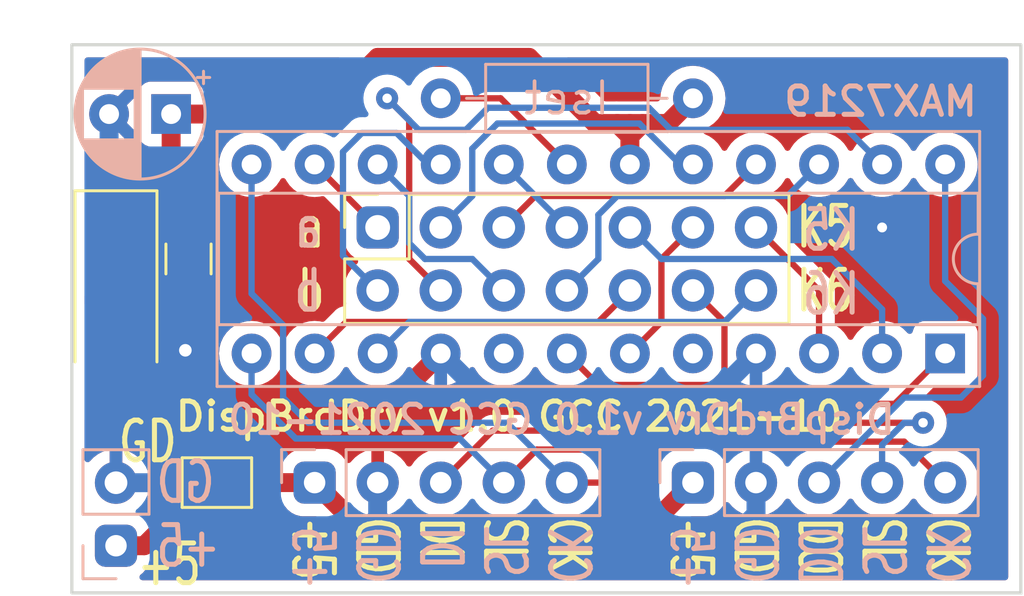
<source format=kicad_pcb>
(kicad_pcb (version 20211014) (generator pcbnew)
  (layers (0 "F.Cu" signal) (31 "B.Cu" signal) (34 "B.Paste" user) (35 "F.Paste" user) (36 "B.SilkS" user "B.Silkscreen") (37 "F.SilkS" user "F.Silkscreen") (38 "B.Mask" user) (39 "F.Mask" user) (44 "Edge.Cuts" user))
  (net 0 "")
  (net 1 "GND")
  (net 2 "/Vin")
  (net 3 "/Din")
  (net 4 "/Clk")
  (net 5 "/K0")
  (net 6 "/A_SegA")
  (net 7 "/K4")
  (net 8 "/A_SegF")
  (net 9 "/A_SegB")
  (net 10 "/K6")
  (net 11 "/A_SegG")
  (net 12 "/K2")
  (net 13 "Net-(IC1-Pad18)")
  (net 14 "/K3")
  (net 15 "/K7")
  (net 16 "/A_SegC")
  (net 17 "/A_SegE")
  (net 18 "/K5")
  (net 19 "/A_SegDP")
  (net 20 "/K1")
  (net 21 "/A_SegD")
  (net 22 "/Sel")
  (net 23 "/DOut")
  (net 24 "/Vcc")
  (footprint "Capacitor_SMD:C_1206_3216Metric_Pad1.42x1.75mm_HandSolder" (layer "F.Cu") (at 96.901 110.236 -90)
    (fp_text reference "C3" hide)
    (fp_text value "0.1 uF" hide)
    (fp_line (start -0.602064 0.91) (end 0.602064 0.91) (layer "F.SilkS") (width 0.12))
    (fp_line (start -0.602064 -0.91) (end 0.602064 -0.91) (layer "F.SilkS") (width 0.12))
    (pad "1" smd roundrect locked (at -1.4875 0 270) (size 1.425 1.75) (layers "F.Cu" "F.Paste" "F.Mask") (roundrect_rratio 0.1754392982) (net 24 "/Vcc"))
    (pad "2" smd roundrect locked (at 1.4875 0 270) (size 1.425 1.75) (layers "F.Cu" "F.Paste" "F.Mask") (roundrect_rratio 0.1754392982) (net 1 "GND"))
  )
  (footprint "Diode_SMD:D_SMA_Handsoldering" (layer "F.Cu") (at 93.98 111.887 -90)
    (fp_text reference "D1" hide)
    (fp_text value "1N5818")
    (fp_line (start -4.4 -1.65) (end -4.4 1.65) (layer "F.SilkS") (width 0.12))
    (fp_line (start -4.4 1.65) (end 2.5 1.65) (layer "F.SilkS") (width 0.12))
    (fp_line (start -4.4 -1.65) (end 2.5 -1.65) (layer "F.SilkS") (width 0.12))
    (pad "1" smd rect locked (at -2.5 0 270) (size 3.5 1.8) (layers "F.Cu" "F.Paste" "F.Mask") (net 24 "/Vcc"))
    (pad "2" smd rect locked (at 2.5 0 270) (size 3.5 1.8) (layers "F.Cu" "F.Paste" "F.Mask") (net 2 "/Vin"))
  )
  (footprint "Jumper:SolderJumper-2_P1.3mm_Bridged_Pad1.0x1.5mm" (layer "F.Cu") (at 98.044 119.253 180)
    (fp_text reference "JP2")
    (fp_text value "5V line")
    (fp_poly (pts (xy -0.25 -0.3) (xy 0.25 -0.3) (xy 0.25 0.3) (xy -0.25 0.3)) (layer "F.Cu") (width 0) (fill solid))
    (fp_line (start -1.4 1) (end -1.4 -1) (layer "F.SilkS") (width 0.12))
    (fp_line (start 1.4 -1) (end 1.4 1) (layer "F.SilkS") (width 0.12))
    (fp_line (start -1.4 -1) (end 1.4 -1) (layer "F.SilkS") (width 0.12))
    (fp_line (start 1.4 1) (end -1.4 1) (layer "F.SilkS") (width 0.12))
    (pad "1" smd rect locked (at -0.65 0 180) (size 1 1.5) (layers "F.Cu" "F.Mask") (net 2 "/Vin"))
    (pad "2" smd rect locked (at 0.65 0 180) (size 1 1.5) (layers "F.Cu" "F.Mask") (net 2 "/Vin"))
  )
  (footprint "Connector_PinSocket_2.54mm:PinSocket_2x07_P2.54mm_Vertical" (layer "F.Cu") (at 104.521 108.966 90)
    (fp_text reference "P4")
    (fp_text value "D0-D5")
    (fp_line (start -3.87 -1.33) (end -3.87 16.57) (layer "F.SilkS") (width 0.12))
    (fp_line (start -3.87 16.57) (end 1.33 16.57) (layer "F.SilkS") (width 0.12))
    (fp_line (start -1.27 1.27) (end 1.33 1.27) (layer "F.SilkS") (width 0.12))
    (fp_line (start 1.33 -1.33) (end 1.33 0) (layer "F.SilkS") (width 0.12))
    (fp_line (start 0 -1.33) (end 1.33 -1.33) (layer "F.SilkS") (width 0.12))
    (fp_line (start -3.87 -1.33) (end -1.27 -1.33) (layer "F.SilkS") (width 0.12))
    (fp_line (start -1.27 -1.33) (end -1.27 1.27) (layer "F.SilkS") (width 0.12))
    (fp_line (start 1.33 1.27) (end 1.33 16.57) (layer "F.SilkS") (width 0.12))
    (pad "1" thru_hole roundrect locked (at 0 0 90) (size 1.7 1.7) (drill 1) (layers *.Cu *.Mask) (net 6 "/A_SegA"))
    (pad "2" thru_hole oval locked (at -2.54 0 90) (size 1.7 1.7) (drill 0.9144) (layers *.Cu *.Mask) (net 9 "/A_SegB"))
    (pad "3" thru_hole oval locked (at 0 2.54 90) (size 1.7 1.7) (drill 0.9144) (layers *.Cu *.Mask) (net 16 "/A_SegC"))
    (pad "4" thru_hole oval locked (at -2.54 2.54 90) (size 1.7 1.7) (drill 0.9144) (layers *.Cu *.Mask) (net 21 "/A_SegD"))
    (pad "5" thru_hole oval locked (at 0 5.08 90) (size 1.7 1.7) (drill 0.9144) (layers *.Cu *.Mask) (net 17 "/A_SegE"))
    (pad "6" thru_hole oval locked (at -2.54 5.08 90) (size 1.7 1.7) (drill 0.9144) (layers *.Cu *.Mask) (net 8 "/A_SegF"))
    (pad "7" thru_hole oval locked (at 0 7.62 90) (size 1.7 1.7) (drill 0.9144) (layers *.Cu *.Mask) (net 11 "/A_SegG"))
    (pad "8" thru_hole oval locked (at -2.54 7.62 90) (size 1.7 1.7) (drill 0.9144) (layers *.Cu *.Mask) (net 19 "/A_SegDP"))
    (pad "9" thru_hole oval locked (at 0 10.16 90) (size 1.7 1.7) (drill 0.9144) (layers *.Cu *.Mask) (net 5 "/K0"))
    (pad "10" thru_hole oval locked (at -2.54 10.16 90) (size 1.7 1.7) (drill 0.9144) (layers *.Cu *.Mask) (net 20 "/K1"))
    (pad "11" thru_hole oval locked (at 0 12.7 90) (size 1.7 1.7) (drill 0.9144) (layers *.Cu *.Mask) (net 12 "/K2"))
    (pad "12" thru_hole oval locked (at -2.54 12.7 90) (size 1.7 1.7) (drill 0.9144) (layers *.Cu *.Mask) (net 14 "/K3"))
    (pad "13" thru_hole oval locked (at 0 15.24 90) (size 1.7 1.7) (drill 0.9144) (layers *.Cu *.Mask) (net 7 "/K4"))
    (pad "14" thru_hole oval locked (at -2.54 15.24 90) (size 1.7 1.7) (drill 0.9144) (layers *.Cu *.Mask) (net 18 "/K5"))
  )
  (footprint "Capacitor_THT:CP_Radial_D5.0mm_P2.50mm" (layer "B.Cu") (at 96.201112 104.394 180)
    (fp_text reference "C2")
    (fp_text value "10uF")
    (fp_line (start 2.411 -1.04) (end 2.411 -2.31) (layer "B.SilkS") (width 0.12))
    (fp_line (start 3.331 -1.04) (end 3.331 -1.554) (layer "B.SilkS") (width 0.12))
    (fp_line (start 3.611 1.098) (end 3.611 -1.098) (layer "B.SilkS") (width 0.12))
    (fp_line (start 1.65 -1.04) (end 1.65 -2.55) (layer "B.SilkS") (width 0.12))
    (fp_line (start 1.69 -1.04) (end 1.69 -2.543) (layer "B.SilkS") (width 0.12))
    (fp_line (start 1.49 -1.04) (end 1.49 -2.569) (layer "B.SilkS") (width 0.12))
    (fp_line (start 2.891 -1.04) (end 2.891 -2.004) (layer "B.SilkS") (width 0.12))
    (fp_line (start 2.891 2.004) (end 2.891 1.04) (layer "B.SilkS") (width 0.12))
    (fp_line (start 1.73 -1.04) (end 1.73 -2.536) (layer "B.SilkS") (width 0.12))
    (fp_line (start 1.57 2.561) (end 1.57 1.04) (layer "B.SilkS") (width 0.12))
    (fp_line (start 1.45 2.573) (end 1.45 -2.573) (layer "B.SilkS") (width 0.12))
    (fp_line (start 2.931 1.971) (end 2.931 1.04) (layer "B.SilkS") (width 0.12))
    (fp_line (start 2.211 2.398) (end 2.211 1.04) (layer "B.SilkS") (width 0.12))
    (fp_line (start 3.451 1.383) (end 3.451 1.04) (layer "B.SilkS") (width 0.12))
    (fp_line (start 2.811 -1.04) (end 2.811 -2.065) (layer "B.SilkS") (width 0.12))
    (fp_line (start 2.451 -1.04) (end 2.451 -2.29) (layer "B.SilkS") (width 0.12))
    (fp_line (start 3.011 1.901) (end 3.011 1.04) (layer "B.SilkS") (width 0.12))
    (fp_line (start 1.971 -1.04) (end 1.971 -2.48) (layer "B.SilkS") (width 0.12))
    (fp_line (start 2.051 -1.04) (end 2.051 -2.455) (layer "B.SilkS") (width 0.12))
    (fp_line (start 1.85 -1.04) (end 1.85 -2.511) (layer "B.SilkS") (width 0.12))
    (fp_line (start 1.971 2.48) (end 1.971 1.04) (layer "B.SilkS") (width 0.12))
    (fp_line (start -1.554775 1.475) (end -1.054775 1.475) (layer "B.SilkS") (width 0.12))
    (fp_line (start 3.091 1.826) (end 3.091 1.04) (layer "B.SilkS") (width 0.12))
    (fp_line (start 2.251 2.382) (end 2.251 1.04) (layer "B.SilkS") (width 0.12))
    (fp_line (start 1.93 -1.04) (end 1.93 -2.491) (layer "B.SilkS") (width 0.12))
    (fp_line (start 1.89 2.501) (end 1.89 1.04) (layer "B.SilkS") (width 0.12))
    (fp_line (start 3.811 0.518) (end 3.811 -0.518) (layer "B.SilkS") (width 0.12))
    (fp_line (start 3.011 -1.04) (end 3.011 -1.901) (layer "B.SilkS") (width 0.12))
    (fp_line (start 1.89 -1.04) (end 1.89 -2.501) (layer "B.SilkS") (width 0.12))
    (fp_line (start 3.051 -1.04) (end 3.051 -1.864) (layer "B.SilkS") (width 0.12))
    (fp_line (start 3.451 -1.04) (end 3.451 -1.383) (layer "B.SilkS") (width 0.12))
    (fp_line (start 3.291 -1.04) (end 3.291 -1.605) (layer "B.SilkS") (width 0.12))
    (fp_line (start 2.371 2.329) (end 2.371 1.04) (layer "B.SilkS") (width 0.12))
    (fp_line (start 3.211 1.699) (end 3.211 1.04) (layer "B.SilkS") (width 0.12))
    (fp_line (start 2.211 -1.04) (end 2.211 -2.398) (layer "B.SilkS") (width 0.12))
    (fp_line (start 2.331 2.348) (end 2.331 1.04) (layer "B.SilkS") (width 0.12))
    (fp_line (start 3.691 0.915) (end 3.691 -0.915) (layer "B.SilkS") (width 0.12))
    (fp_line (start 2.531 -1.04) (end 2.531 -2.247) (layer "B.SilkS") (width 0.12))
    (fp_line (start 2.811 2.065) (end 2.811 1.04) (layer "B.SilkS") (width 0.12))
    (fp_line (start 1.85 2.511) (end 1.85 1.04) (layer "B.SilkS") (width 0.12))
    (fp_line (start 3.491 1.319) (end 3.491 1.04) (layer "B.SilkS") (width 0.12))
    (fp_line (start 3.851 0.284) (end 3.851 -0.284) (layer "B.SilkS") (width 0.12))
    (fp_line (start 1.37 2.578) (end 1.37 -2.578) (layer "B.SilkS") (width 0.12))
    (fp_line (start 2.251 -1.04) (end 2.251 -2.382) (layer "B.SilkS") (width 0.12))
    (fp_line (start 3.651 1.011) (end 3.651 -1.011) (layer "B.SilkS") (width 0.12))
    (fp_line (start 1.41 2.576) (end 1.41 -2.576) (layer "B.SilkS") (width 0.12))
    (fp_line (start 1.61 2.556) (end 1.61 1.04) (layer "B.SilkS") (width 0.12))
    (fp_line (start 3.051 1.864) (end 3.051 1.04) (layer "B.SilkS") (width 0.12))
    (fp_line (start 2.691 -1.04) (end 2.691 -2.149) (layer "B.SilkS") (width 0.12))
    (fp_line (start 3.251 1.653) (end 3.251 1.04) (layer "B.SilkS") (width 0.12))
    (fp_line (start 1.57 -1.04) (end 1.57 -2.561) (layer "B.SilkS") (width 0.12))
    (fp_line (start 3.331 1.554) (end 3.331 1.04) (layer "B.SilkS") (width 0.12))
    (fp_line (start 1.25 2.58) (end 1.25 -2.58) (layer "B.SilkS") (width 0.12))
    (fp_line (start 1.81 -1.04) (end 1.81 -2.52) (layer "B.SilkS") (width 0.12))
    (fp_line (start 3.131 1.785) (end 3.131 1.04) (layer "B.SilkS") (width 0.12))
    (fp_line (start 2.731 -1.04) (end 2.731 -2.122) (layer "B.SilkS") (width 0.12))
    (fp_line (start 2.691 2.149) (end 2.691 1.04) (layer "B.SilkS") (width 0.12))
    (fp_line (start 2.971 -1.04) (end 2.971 -1.937) (layer "B.SilkS") (width 0.12))
    (fp_line (start 2.451 2.29) (end 2.451 1.04) (layer "B.SilkS") (width 0.12))
    (fp_line (start 2.931 -1.04) (end 2.931 -1.971) (layer "B.SilkS") (width 0.12))
    (fp_line (start 2.771 -1.04) (end 2.771 -2.095) (layer "B.SilkS") (width 0.12))
    (fp_line (start 2.731 2.122) (end 2.731 1.04) (layer "B.SilkS") (width 0.12))
    (fp_line (start 1.29 2.58) (end 1.29 -2.58) (layer "B.SilkS") (width 0.12))
    (fp_line (start 3.411 -1.04) (end 3.411 -1.443) (layer "B.SilkS") (width 0.12))
    (fp_line (start 2.291 2.365) (end 2.291 1.04) (layer "B.SilkS") (width 0.12))
    (fp_line (start 2.011 -1.04) (end 2.011 -2.468) (layer "B.SilkS") (width 0.12))
    (fp_line (start 2.131 2.428) (end 2.131 1.04) (layer "B.SilkS") (width 0.12))
    (fp_line (start 3.571 1.178) (end 3.571 -1.178) (layer "B.SilkS") (width 0.12))
    (fp_line (start 2.491 -1.04) (end 2.491 -2.268) (layer "B.SilkS") (width 0.12))
    (fp_line (start 1.33 2.579) (end 1.33 -2.579) (layer "B.SilkS") (width 0.12))
    (fp_line (start 1.53 2.565) (end 1.53 1.04) (layer "B.SilkS") (width 0.12))
    (fp_line (start 2.091 -1.04) (end 2.091 -2.442) (layer "B.SilkS") (width 0.12))
    (fp_line (start 3.091 -1.04) (end 3.091 -1.826) (layer "B.SilkS") (width 0.12))
    (fp_line (start 3.491 -1.04) (end 3.491 -1.319) (layer "B.SilkS") (width 0.12))
    (fp_line (start 2.171 2.414) (end 2.171 1.04) (layer "B.SilkS") (width 0.12))
    (fp_line (start 1.49 2.569) (end 1.49 1.04) (layer "B.SilkS") (width 0.12))
    (fp_line (start 2.611 -1.04) (end 2.611 -2.2) (layer "B.SilkS") (width 0.12))
    (fp_line (start 3.371 1.5) (end 3.371 1.04) (layer "B.SilkS") (width 0.12))
    (fp_line (start 3.171 -1.04) (end 3.171 -1.743) (layer "B.SilkS") (width 0.12))
    (fp_line (start 2.131 -1.04) (end 2.131 -2.428) (layer "B.SilkS") (width 0.12))
    (fp_line (start 2.771 2.095) (end 2.771 1.04) (layer "B.SilkS") (width 0.12))
    (fp_line (start 3.371 -1.04) (end 3.371 -1.5) (layer "B.SilkS") (width 0.12))
    (fp_line (start 3.771 0.677) (end 3.771 -0.677) (layer "B.SilkS") (width 0.12))
    (fp_line (start 2.371 -1.04) (end 2.371 -2.329) (layer "B.SilkS") (width 0.12))
    (fp_line (start 2.571 -1.04) (end 2.571 -2.224) (layer "B.SilkS") (width 0.12))
    (fp_line (start 2.971 1.937) (end 2.971 1.04) (layer "B.SilkS") (width 0.12))
    (fp_line (start 1.77 -1.04) (end 1.77 -2.528) (layer "B.SilkS") (width 0.12))
    (fp_line (start 3.411 1.443) (end 3.411 1.04) (layer "B.SilkS") (width 0.12))
    (fp_line (start 2.011 2.468) (end 2.011 1.04) (layer "B.SilkS") (width 0.12))
    (fp_line (start 2.051 2.455) (end 2.051 1.04) (layer "B.SilkS") (width 0.12))
    (fp_line (start 3.531 -1.04) (end 3.531 -1.251) (layer "B.SilkS") (width 0.12))
    (fp_line (start 1.93 2.491) (end 1.93 1.04) (layer "B.SilkS") (width 0.12))
    (fp_line (start 2.851 2.035) (end 2.851 1.04) (layer "B.SilkS") (width 0.12))
    (fp_line (start 3.131 -1.04) (end 3.131 -1.785) (layer "B.SilkS") (width 0.12))
    (fp_line (start 3.251 -1.04) (end 3.251 -1.653) (layer "B.SilkS") (width 0.12))
    (fp_line (start 2.651 2.175) (end 2.651 1.04) (layer "B.SilkS") (width 0.12))
    (fp_line (start 1.73 2.536) (end 1.73 1.04) (layer "B.SilkS") (width 0.12))
    (fp_line (start 2.571 2.224) (end 2.571 1.04) (layer "B.SilkS") (width 0.12))
    (fp_line (start 1.81 2.52) (end 1.81 1.04) (layer "B.SilkS") (width 0.12))
    (fp_line (start 3.531 1.251) (end 3.531 1.04) (layer "B.SilkS") (width 0.12))
    (fp_line (start 2.851 -1.04) (end 2.851 -2.035) (layer "B.SilkS") (width 0.12))
    (fp_line (start 2.531 2.247) (end 2.531 1.04) (layer "B.SilkS") (width 0.12))
    (fp_line (start 3.171 1.743) (end 3.171 1.04) (layer "B.SilkS") (width 0.12))
    (fp_line (start 1.77 2.528) (end 1.77 1.04) (layer "B.SilkS") (width 0.12))
    (fp_line (start -1.304775 1.725) (end -1.304775 1.225) (layer "B.SilkS") (width 0.12))
    (fp_line (start 1.61 -1.04) (end 1.61 -2.556) (layer "B.SilkS") (width 0.12))
    (fp_line (start 2.171 -1.04) (end 2.171 -2.414) (layer "B.SilkS") (width 0.12))
    (fp_line (start 2.651 -1.04) (end 2.651 -2.175) (layer "B.SilkS") (width 0.12))
    (fp_line (start 1.53 -1.04) (end 1.53 -2.565) (layer "B.SilkS") (width 0.12))
    (fp_line (start 2.091 2.442) (end 2.091 1.04) (layer "B.SilkS") (width 0.12))
    (fp_line (start 2.411 2.31) (end 2.411 1.04) (layer "B.SilkS") (width 0.12))
    (fp_line (start 2.291 -1.04) (end 2.291 -2.365) (layer "B.SilkS") (width 0.12))
    (fp_line (start 2.331 -1.04) (end 2.331 -2.348) (layer "B.SilkS") (width 0.12))
    (fp_line (start 1.65 2.55) (end 1.65 1.04) (layer "B.SilkS") (width 0.12))
    (fp_line (start 3.731 0.805) (end 3.731 -0.805) (layer "B.SilkS") (width 0.12))
    (fp_line (start 3.211 -1.04) (end 3.211 -1.699) (layer "B.SilkS") (width 0.12))
    (fp_line (start 1.69 2.543) (end 1.69 1.04) (layer "B.SilkS") (width 0.12))
    (fp_line (start 2.611 2.2) (end 2.611 1.04) (layer "B.SilkS") (width 0.12))
    (fp_line (start 3.291 1.605) (end 3.291 1.04) (layer "B.SilkS") (width 0.12))
    (fp_line (start 2.491 2.268) (end 2.491 1.04) (layer "B.SilkS") (width 0.12))
    (fp_circle (center 1.25 0) (end 3.87 0) (layer "B.SilkS") (width 0.12) (fill none))
    (pad "1" thru_hole rect locked (at 0 0 180) (size 1.6 1.6) (drill 0.8) (layers *.Cu *.Mask) (net 24 "/Vcc"))
    (pad "2" thru_hole circle locked (at 2.5 0 180) (size 1.6 1.6) (drill 0.8) (layers *.Cu *.Mask) (net 1 "GND"))
  )
  (footprint "Package_DIP:DIP-24_W7.62mm_Socket" (layer "B.Cu") (at 127.381 114.046 90)
    (fp_text reference "IC1")
    (fp_text value "MAX7219CNG")
    (fp_line (start 1.16 1.33) (end 1.16 -29.27) (layer "B.SilkS") (width 0.12))
    (fp_line (start 1.16 -29.27) (end 6.46 -29.27) (layer "B.SilkS") (width 0.12))
    (fp_line (start 6.46 -29.27) (end 6.46 1.33) (layer "B.SilkS") (width 0.12))
    (fp_line (start -1.33 -29.33) (end 8.95 -29.33) (layer "B.SilkS") (width 0.12))
    (fp_line (start -1.33 1.39) (end -1.33 -29.33) (layer "B.SilkS") (width 0.12))
    (fp_line (start 8.95 1.39) (end -1.33 1.39) (layer "B.SilkS") (width 0.12))
    (fp_line (start 8.95 -29.33) (end 8.95 1.39) (layer "B.SilkS") (width 0.12))
    (fp_line (start 2.81 1.33) (end 1.16 1.33) (layer "B.SilkS") (width 0.12))
    (fp_line (start 6.46 1.33) (end 4.81 1.33) (layer "B.SilkS") (width 0.12))
    (fp_arc (start 2.81 1.33) (mid 3.81 0.33) (end 4.81 1.33) (layer "B.SilkS") (width 0.12))
    (pad "1" thru_hole rect locked (at 0 0 90) (size 1.6 1.6) (drill 0.8) (layers *.Cu *.Mask) (net 3 "/Din"))
    (pad "2" thru_hole oval locked (at 0 -2.54 90) (size 1.6 1.6) (drill 0.8) (layers *.Cu *.Mask) (net 5 "/K0"))
    (pad "3" thru_hole oval locked (at 0 -5.08 90) (size 1.6 1.6) (drill 0.8) (layers *.Cu *.Mask) (net 7 "/K4"))
    (pad "4" thru_hole oval locked (at 0 -7.62 90) (size 1.6 1.6) (drill 0.8) (layers *.Cu *.Mask) (net 1 "GND"))
    (pad "5" thru_hole oval locked (at 0 -10.16 90) (size 1.6 1.6) (drill 0.8) (layers *.Cu *.Mask) (net 10 "/K6"))
    (pad "6" thru_hole oval locked (at 0 -12.7 90) (size 1.6 1.6) (drill 0.8) (layers *.Cu *.Mask) (net 12 "/K2"))
    (pad "7" thru_hole oval locked (at 0 -15.24 90) (size 1.6 1.6) (drill 0.8) (layers *.Cu *.Mask) (net 14 "/K3"))
    (pad "8" thru_hole oval locked (at 0 -17.78 90) (size 1.6 1.6) (drill 0.8) (layers *.Cu *.Mask) (net 15 "/K7"))
    (pad "9" thru_hole oval locked (at 0 -20.32 90) (size 1.6 1.6) (drill 0.8) (layers *.Cu *.Mask) (net 1 "GND"))
    (pad "10" thru_hole oval locked (at 0 -22.86 90) (size 1.6 1.6) (drill 0.8) (layers *.Cu *.Mask) (net 18 "/K5"))
    (pad "11" thru_hole oval locked (at 0 -25.4 90) (size 1.6 1.6) (drill 0.8) (layers *.Cu *.Mask) (net 20 "/K1"))
    (pad "12" thru_hole oval locked (at 0 -27.94 90) (size 1.6 1.6) (drill 0.8) (layers *.Cu *.Mask) (net 22 "/Sel"))
    (pad "13" thru_hole oval locked (at 7.62 -27.94 90) (size 1.6 1.6) (drill 0.8) (layers *.Cu *.Mask) (net 4 "/Clk"))
    (pad "14" thru_hole oval locked (at 7.62 -25.4 90) (size 1.6 1.6) (drill 0.8) (layers *.Cu *.Mask) (net 6 "/A_SegA"))
    (pad "15" thru_hole oval locked (at 7.62 -22.86 90) (size 1.6 1.6) (drill 0.8) (layers *.Cu *.Mask) (net 8 "/A_SegF"))
    (pad "16" thru_hole oval locked (at 7.62 -20.32 90) (size 1.6 1.6) (drill 0.8) (layers *.Cu *.Mask) (net 9 "/A_SegB"))
    (pad "17" thru_hole oval locked (at 7.62 -17.78 90) (size 1.6 1.6) (drill 0.8) (layers *.Cu *.Mask) (net 11 "/A_SegG"))
    (pad "18" thru_hole oval locked (at 7.62 -15.24 90) (size 1.6 1.6) (drill 0.8) (layers *.Cu *.Mask) (net 13 "Net-(IC1-Pad18)"))
    (pad "19" thru_hole oval locked (at 7.62 -12.7 90) (size 1.6 1.6) (drill 0.8) (layers *.Cu *.Mask) (net 24 "/Vcc"))
    (pad "20" thru_hole oval locked (at 7.62 -10.16 90) (size 1.6 1.6) (drill 0.8) (layers *.Cu *.Mask) (net 16 "/A_SegC"))
    (pad "21" thru_hole oval locked (at 7.62 -7.62 90) (size 1.6 1.6) (drill 0.8) (layers *.Cu *.Mask) (net 17 "/A_SegE"))
    (pad "22" thru_hole oval locked (at 7.62 -5.08 90) (size 1.6 1.6) (drill 0.8) (layers *.Cu *.Mask) (net 19 "/A_SegDP"))
    (pad "23" thru_hole oval locked (at 7.62 -2.54 90) (size 1.6 1.6) (drill 0.8) (layers *.Cu *.Mask) (net 21 "/A_SegD"))
    (pad "24" thru_hole oval locked (at 7.62 0 90) (size 1.6 1.6) (drill 0.8) (layers *.Cu *.Mask) (net 23 "/DOut"))
  )
  (footprint "Connector_PinHeader_2.54mm:PinHeader_1x05_P2.54mm_Vertical" (layer "B.Cu") (at 101.981 119.253 -90)
    (fp_text reference "P2" hide)
    (fp_text value "DataIn")
    (fp_line (start -1.33 -1.27) (end -1.33 -11.49) (layer "B.SilkS") (width 0.12))
    (fp_line (start -1.33 -1.27) (end 1.33 -1.27) (layer "B.SilkS") (width 0.12))
    (fp_line (start -1.33 -11.49) (end 1.33 -11.49) (layer "B.SilkS") (width 0.12))
    (fp_line (start -1.33 0) (end -1.33 1.33) (layer "B.SilkS") (width 0.12))
    (fp_line (start 1.33 -1.27) (end 1.33 -11.49) (layer "B.SilkS") (width 0.12))
    (fp_line (start -1.33 1.33) (end 0 1.33) (layer "B.SilkS") (width 0.12))
    (pad "1" thru_hole roundrect locked (at 0 0 270) (size 1.7 1.7) (drill 0.8636) (layers *.Cu *.Mask) (net 2 "/Vin"))
    (pad "2" thru_hole oval locked (at 0 -2.54 270) (size 1.7 1.7) (drill 0.8636) (layers *.Cu *.Mask) (net 1 "GND"))
    (pad "3" thru_hole oval locked (at 0 -5.08 270) (size 1.7 1.7) (drill 0.8636) (layers *.Cu *.Mask) (net 3 "/Din"))
    (pad "4" thru_hole oval locked (at 0 -7.62 270) (size 1.7 1.7) (drill 0.8636) (layers *.Cu *.Mask) (net 22 "/Sel"))
    (pad "5" thru_hole oval locked (at 0 -10.16 270) (size 1.7 1.7) (drill 0.8636) (layers *.Cu *.Mask) (net 4 "/Clk"))
  )
  (footprint "Connector_PinHeader_2.54mm:PinHeader_1x05_P2.54mm_Vertical" (layer "B.Cu") (at 117.221 119.253 -90)
    (fp_text reference "P3" hide)
    (fp_text value "DataOut")
    (fp_line (start 1.33 -1.27) (end 1.33 -11.49) (layer "B.SilkS") (width 0.12))
    (fp_line (start -1.33 -1.27) (end -1.33 -11.49) (layer "B.SilkS") (width 0.12))
    (fp_line (start -1.33 1.33) (end 0 1.33) (layer "B.SilkS") (width 0.12))
    (fp_line (start -1.33 -1.27) (end 1.33 -1.27) (layer "B.SilkS") (width 0.12))
    (fp_line (start -1.33 -11.49) (end 1.33 -11.49) (layer "B.SilkS") (width 0.12))
    (fp_line (start -1.33 0) (end -1.33 1.33) (layer "B.SilkS") (width 0.12))
    (pad "1" thru_hole roundrect locked (at 0 0 270) (size 1.7 1.7) (drill 0.8636) (layers *.Cu *.Mask) (net 2 "/Vin"))
    (pad "2" thru_hole oval locked (at 0 -2.54 270) (size 1.7 1.7) (drill 0.8636) (layers *.Cu *.Mask) (net 1 "GND"))
    (pad "3" thru_hole oval locked (at 0 -5.08 270) (size 1.7 1.7) (drill 0.8636) (layers *.Cu *.Mask) (net 23 "/DOut"))
    (pad "4" thru_hole oval locked (at 0 -7.62 270) (size 1.7 1.7) (drill 0.8636) (layers *.Cu *.Mask) (net 22 "/Sel"))
    (pad "5" thru_hole oval locked (at 0 -10.16 270) (size 1.7 1.7) (drill 0.8636) (layers *.Cu *.Mask) (net 4 "/Clk"))
  )
  (footprint "Resistor_THT:R_Axial_DIN0207_L6.3mm_D2.5mm_P10.16mm_Horizontal" (layer "B.Cu") (at 117.221 103.759 180)
    (fp_text reference "R2" hide)
    (fp_text value "Iset" (at 5.08 0) (layer "B.SilkS") (effects (font (size 1.27 1.27)) (justify mirror)))
    (fp_line (start 9.12 0) (end 8.35 0) (layer "B.SilkS") (width 0.12))
    (fp_line (start 1.04 0) (end 1.81 0) (layer "B.SilkS") (width 0.12))
    (fp_line (start 1.81 -1.37) (end 8.35 -1.37) (layer "B.SilkS") (width 0.12))
    (fp_line (start 8.35 -1.37) (end 8.35 1.37) (layer "B.SilkS") (width 0.12))
    (fp_line (start 8.35 1.37) (end 1.81 1.37) (layer "B.SilkS") (width 0.12))
    (fp_line (start 1.81 1.37) (end 1.81 -1.37) (layer "B.SilkS") (width 0.12))
    (pad "1" thru_hole circle locked (at 0 0 180) (size 1.6 1.6) (drill 0.8) (layers *.Cu *.Mask) (net 24 "/Vcc"))
    (pad "2" thru_hole oval locked (at 10.16 0 180) (size 1.6 1.6) (drill 0.8) (layers *.Cu *.Mask) (net 13 "Net-(IC1-Pad18)"))
  )
  (footprint "Connector_PinHeader_2.54mm:PinHeader_1x02_P2.54mm_Vertical" (layer "B.Cu") (at 93.98 121.798)
    (fp_text reference "P1" hide)
    (fp_text value "Conn_01x02")
    (fp_line (start -1.33 -1.27) (end -1.33 -3.87) (layer "B.SilkS") (width 0.12))
    (fp_line (start -1.33 -1.27) (end 1.33 -1.27) (layer "B.SilkS") (width 0.12))
    (fp_line (start 1.33 -1.27) (end 1.33 -3.87) (layer "B.SilkS") (width 0.12))
    (fp_line (start -1.33 -3.87) (end 1.33 -3.87) (layer "B.SilkS") (width 0.12))
    (fp_line (start -1.33 0) (end -1.33 1.33) (layer "B.SilkS") (width 0.12))
    (fp_line (start -1.33 1.33) (end 0 1.33) (layer "B.SilkS") (width 0.12))
    (pad "1" thru_hole roundrect locked (at 0 0) (size 1.7 1.7) (drill 0.8636) (layers *.Cu *.Mask) (net 2 "/Vin"))
    (pad "2" thru_hole oval locked (at 0 -2.54) (size 1.7 1.7) (drill 0.9144) (layers *.Cu *.Mask) (net 1 "GND"))
  )
  (gr_poly (pts (xy 130.429 123.698) (xy 92.202 123.698) (xy 92.202 101.6) (xy 130.429 101.6)) (layer "Edge.Cuts") (width 0.127) (fill none))
  (gr_text "DispBrdDrv v1.0 GCC 2021-10" (at 125.476 116.713) (layer "B.SilkS") (effects (font (size 1.143 1.143) (thickness 0.2032)) (justify left mirror)))
  (gr_text "CK\nSL\nDO\nGD\n+5" (at 122.301 120.904 270) (layer "B.SilkS") (effects (font (size 1.6002 1.143) (thickness 0.2032)) (justify right mirror)))
  (gr_text "a\nb" (at 102.362 110.236) (layer "B.SilkS") (effects (font (size 1.6002 1.143) (thickness 0.2032)) (justify left mirror)))
  (gr_text "GD\n+5" (at 95.504 120.528) (layer "B.SilkS") (effects (font (size 1.6002 1.143) (thickness 0.2032)) (justify right mirror)))
  (gr_text "MAX7219" (at 128.778 103.886) (layer "B.SilkS") (effects (font (size 1.143 1.143) (thickness 0.2032)) (justify left mirror)))
  (gr_text "CK\nSL\nDI\nGD\n+5" (at 107.061 120.904 270) (layer "B.SilkS") (effects (font (size 1.6002 1.143) (thickness 0.2032)) (justify right mirror)))
  (gr_text "K5\nK6" (at 121.539 110.363) (layer "B.SilkS") (effects (font (size 1.6002 1.143) (thickness 0.2032)) (justify right mirror)))
  (gr_text "CK\nSL\nDI\nGD\n+5" (at 107.061 120.523 -90) (layer "F.SilkS") (effects (font (size 1.6002 1.143) (thickness 0.2032)) (justify left)))
  (gr_text "DispBrdDrv v1.0 GCC 2021-10" (at 96.266 116.586) (layer "F.SilkS") (effects (font (size 1.143 1.143) (thickness 0.2032)) (justify left)))
  (gr_text "a\nb" (at 102.489 110.236) (layer "F.SilkS") (effects (font (size 1.6002 1.143) (thickness 0.2032)) (justify right)))
  (gr_text "+5" (at 94.742 122.555) (layer "F.SilkS") (effects (font (size 1.6002 1.143) (thickness 0.2032)) (justify left)))
  (gr_text "GD" (at 93.98 117.602) (layer "F.SilkS") (effects (font (size 1.6002 1.143) (thickness 0.2032)) (justify left)))
  (gr_text "CK\nSL\nDO\nGD\n+5" (at 122.301 120.523 -90) (layer "F.SilkS") (effects (font (size 1.6002 1.143) (thickness 0.2032)) (justify left)))
  (gr_text "K5\nK6" (at 121.285 110.236) (layer "F.SilkS") (effects (font (size 1.6002 1.143) (thickness 0.2032)) (justify left)))
  (segment (start 104.775 116.332) (end 107.061 114.046) (width 0.762) (layer "F.Cu") (net 1))
  (segment (start 96.774 113.919) (end 96.774 115.062) (width 0.762) (layer "F.Cu") (net 1))
  (segment (start 98.044 116.332) (end 104.775 116.332) (width 0.762) (layer "F.Cu") (net 1))
  (segment (start 96.774 115.062) (end 98.044 116.332) (width 0.762) (layer "F.Cu") (net 1))
  (segment (start 96.774 111.8505) (end 96.901 111.7235) (width 0.762) (layer "F.Cu") (net 1))
  (segment (start 96.774 113.919) (end 96.774 111.8505) (width 0.762) (layer "F.Cu") (net 1))
  (via (at 96.774 113.919) (size 1.27) (drill 0.508) (layers "F.Cu" "B.Cu") (net 1))
  (via (at 124.841 108.966) (size 0.8) (drill 0.4) (layers "F.Cu" "B.Cu") (net 1))
  (segment (start 104.013 121.158) (end 104.521 120.65) (width 0.762) (layer "B.Cu") (net 1))
  (segment (start 107.061 114.046) (end 108.839 115.824) (width 0.762) (layer "B.Cu") (net 1))
  (segment (start 105.029 121.158) (end 119.126 121.158) (width 0.762) (layer "B.Cu") (net 1))
  (segment (start 99.822 121.158) (end 104.013 121.158) (width 0.762) (layer "B.Cu") (net 1))
  (segment (start 93.701112 112.116112) (end 95.504 113.919) (width 0.762) (layer "B.Cu") (net 1))
  (segment (start 119.761 120.523) (end 119.761 119.253) (width 0.762) (layer "B.Cu") (net 1))
  (segment (start 104.521 120.65) (end 104.521 119.253) (width 0.762) (layer "B.Cu") (net 1))
  (segment (start 119.126 121.158) (end 119.761 120.523) (width 0.762) (layer "B.Cu") (net 1))
  (segment (start 97.917 119.253) (end 99.822 121.158) (width 0.762) (layer "B.Cu") (net 1))
  (segment (start 96.774 118.11) (end 96.774 115.189) (width 0.762) (layer "B.Cu") (net 1))
  (segment (start 108.839 115.824) (end 117.983 115.824) (width 0.762) (layer "B.Cu") (net 1))
  (segment (start 117.983 115.824) (end 119.761 114.046) (width 0.762) (layer "B.Cu") (net 1))
  (segment (start 96.774 118.11) (end 97.917 119.253) (width 0.762) (layer "B.Cu") (net 1))
  (segment (start 96.134 119.258) (end 97.912 119.258) (width 0.762) (layer "B.Cu") (net 1))
  (segment (start 93.701112 104.394) (end 93.701112 112.116112) (width 0.762) (layer "B.Cu") (net 1))
  (segment (start 93.98 119.258) (end 96.134 119.258) (width 0.762) (layer "B.Cu") (net 1))
  (segment (start 96.774 118.618) (end 96.774 118.11) (width 0.762) (layer "B.Cu") (net 1))
  (segment (start 95.504 113.919) (end 96.774 115.189) (width 0.762) (layer "B.Cu") (net 1))
  (segment (start 97.912 119.258) (end 97.917 119.253) (width 0.762) (layer "B.Cu") (net 1))
  (segment (start 96.774 115.189) (end 96.774 113.919) (width 0.762) (layer "B.Cu") (net 1))
  (segment (start 104.521 120.65) (end 105.029 121.158) (width 0.762) (layer "B.Cu") (net 1))
  (segment (start 104.013 121.158) (end 105.029 121.158) (width 0.762) (layer "B.Cu") (net 1))
  (segment (start 96.134 119.258) (end 96.774 118.618) (width 0.762) (layer "B.Cu") (net 1))
  (segment (start 95.504 113.919) (end 96.774 113.919) (width 0.762) (layer "B.Cu") (net 1))
  (segment (start 97.394 119.253) (end 98.694 119.253) (width 0.254) (layer "F.Cu") (net 2))
  (segment (start 117.221 119.253) (end 115.316 121.158) (width 0.762) (layer "F.Cu") (net 2))
  (segment (start 93.98 115.062) (end 96.012 117.094) (width 0.762) (layer "F.Cu") (net 2))
  (segment (start 93.98 114.387) (end 93.98 115.062) (width 0.762) (layer "F.Cu") (net 2))
  (segment (start 103.886 121.158) (end 101.981 119.253) (width 0.762) (layer "F.Cu") (net 2))
  (segment (start 98.694 119.253) (end 101.981 119.253) (width 0.762) (layer "F.Cu") (net 2))
  (segment (start 95.118 121.798) (end 93.98 121.798) (width 0.762) (layer "F.Cu") (net 2))
  (segment (start 96.012 117.094) (end 96.012 119.253) (width 0.762) (layer "F.Cu") (net 2))
  (segment (start 115.316 121.158) (end 103.886 121.158) (width 0.762) (layer "F.Cu") (net 2))
  (segment (start 96.012 119.253) (end 96.012 120.904) (width 0.762) (layer "F.Cu") (net 2))
  (segment (start 96.012 120.904) (end 95.118 121.798) (width 0.762) (layer "F.Cu") (net 2))
  (segment (start 96.012 119.253) (end 97.394 119.253) (width 0.762) (layer "F.Cu") (net 2))
  (segment (start 115.189 116.078) (end 125.349 116.078) (width 0.254) (layer "F.Cu") (net 3))
  (segment (start 109.1565 117.1575) (end 114.1095 117.1575) (width 0.254) (layer "F.Cu") (net 3))
  (segment (start 125.349 116.078) (end 127.381 114.046) (width 0.254) (layer "F.Cu") (net 3))
  (segment (start 107.061 119.253) (end 109.1565 117.1575) (width 0.254) (layer "F.Cu") (net 3))
  (segment (start 114.1095 117.1575) (end 115.189 116.078) (width 0.254) (layer "F.Cu") (net 3))
  (segment (start 125.73 117.602) (end 127.381 119.253) (width 0.254) (layer "F.Cu") (net 4))
  (segment (start 112.141 119.253) (end 114.3 119.253) (width 0.254) (layer "F.Cu") (net 4))
  (segment (start 115.951 117.602) (end 125.73 117.602) (width 0.254) (layer "F.Cu") (net 4))
  (segment (start 114.3 119.253) (end 115.951 117.602) (width 0.254) (layer "F.Cu") (net 4))
  (segment (start 109.728 116.84) (end 112.141 119.253) (width 0.254) (layer "B.Cu") (net 4))
  (segment (start 99.441 106.426) (end 99.441 111.633) (width 0.254) (layer "B.Cu") (net 4))
  (segment (start 100.711 112.903) (end 100.711 115.824) (width 0.254) (layer "B.Cu") (net 4))
  (segment (start 100.711 115.824) (end 101.727 116.84) (width 0.254) (layer "B.Cu") (net 4))
  (segment (start 101.727 116.84) (end 109.728 116.84) (width 0.254) (layer "B.Cu") (net 4))
  (segment (start 99.441 111.633) (end 100.711 112.903) (width 0.254) (layer "B.Cu") (net 4))
  (segment (start 122.809 110.236) (end 124.841 112.268) (width 0.254) (layer "B.Cu") (net 5))
  (segment (start 124.841 112.268) (end 124.841 114.046) (width 0.254) (layer "B.Cu") (net 5))
  (segment (start 115.951 110.236) (end 122.809 110.236) (width 0.254) (layer "B.Cu") (net 5))
  (segment (start 114.681 108.966) (end 115.951 110.236) (width 0.254) (layer "B.Cu") (net 5))
  (segment (start 104.521 108.966) (end 101.981 106.426) (width 0.254) (layer "F.Cu") (net 6))
  (segment (start 122.301 111.506) (end 122.301 114.046) (width 0.254) (layer "F.Cu") (net 7))
  (segment (start 119.761 108.966) (end 122.301 111.506) (width 0.254) (layer "F.Cu") (net 7))
  (segment (start 105.791 109.601) (end 106.426 110.236) (width 0.254) (layer "B.Cu") (net 8))
  (segment (start 104.521 106.426) (end 105.791 107.696) (width 0.254) (layer "B.Cu") (net 8))
  (segment (start 105.791 107.696) (end 105.791 109.601) (width 0.254) (layer "B.Cu") (net 8))
  (segment (start 106.426 110.236) (end 108.331 110.236) (width 0.254) (layer "B.Cu") (net 8))
  (segment (start 108.331 110.236) (end 109.601 111.506) (width 0.254) (layer "B.Cu") (net 8))
  (segment (start 103.124 110.109) (end 103.124 105.918) (width 0.254) (layer "B.Cu") (net 9))
  (segment (start 103.124 105.918) (end 103.886 105.156) (width 0.254) (layer "B.Cu") (net 9))
  (segment (start 103.886 105.156) (end 105.283 105.156) (width 0.254) (layer "B.Cu") (net 9))
  (segment (start 106.553 106.426) (end 107.061 106.426) (width 0.254) (layer "B.Cu") (net 9))
  (segment (start 105.283 105.156) (end 106.553 106.426) (width 0.254) (layer "B.Cu") (net 9))
  (segment (start 104.521 111.506) (end 103.124 110.109) (width 0.254) (layer "B.Cu") (net 9))
  (segment (start 109.601 106.426) (end 112.141 108.966) (width 0.254) (layer "B.Cu") (net 11))
  (segment (start 115.951 112.776) (end 115.951 110.236) (width 0.254) (layer "F.Cu") (net 12))
  (segment (start 114.681 114.046) (end 115.951 112.776) (width 0.254) (layer "F.Cu") (net 12))
  (segment (start 115.951 110.236) (end 117.221 108.966) (width 0.254) (layer "F.Cu") (net 12))
  (segment (start 109.474 103.759) (end 107.061 103.759) (width 0.254) (layer "F.Cu") (net 13))
  (segment (start 109.474 103.759) (end 112.141 106.426) (width 0.254) (layer "F.Cu") (net 13))
  (segment (start 118.491 114.808) (end 118.491 112.776) (width 0.254) (layer "F.Cu") (net 14))
  (segment (start 113.411 115.316) (end 117.983 115.316) (width 0.254) (layer "F.Cu") (net 14))
  (segment (start 117.983 115.316) (end 118.491 114.808) (width 0.254) (layer "F.Cu") (net 14))
  (segment (start 112.141 114.046) (end 113.411 115.316) (width 0.254) (layer "F.Cu") (net 14))
  (segment (start 118.491 112.776) (end 117.221 111.506) (width 0.254) (layer "F.Cu") (net 14))
  (segment (start 108.331 107.696) (end 108.331 105.791) (width 0.254) (layer "B.Cu") (net 16))
  (segment (start 109.347 104.775) (end 115.062 104.775) (width 0.254) (layer "B.Cu") (net 16))
  (segment (start 108.331 105.791) (end 109.347 104.775) (width 0.254) (layer "B.Cu") (net 16))
  (segment (start 116.713 106.426) (end 117.221 106.426) (width 0.254) (layer "B.Cu") (net 16))
  (segment (start 107.061 108.966) (end 108.331 107.696) (width 0.254) (layer "B.Cu") (net 16))
  (segment (start 115.062 104.775) (end 116.713 106.426) (width 0.254) (layer "B.Cu") (net 16))
  (segment (start 110.871 107.696) (end 118.491 107.696) (width 0.254) (layer "F.Cu") (net 17))
  (segment (start 118.491 107.696) (end 119.761 106.426) (width 0.254) (layer "F.Cu") (net 17))
  (segment (start 109.601 108.966) (end 110.871 107.696) (width 0.254) (layer "F.Cu") (net 17))
  (segment (start 118.491 112.776) (end 119.761 111.506) (width 0.254) (layer "B.Cu") (net 18))
  (segment (start 105.791 112.776) (end 118.491 112.776) (width 0.254) (layer "B.Cu") (net 18))
  (segment (start 104.521 114.046) (end 105.791 112.776) (width 0.254) (layer "B.Cu") (net 18))
  (segment (start 113.411 110.236) (end 113.411 108.458) (width 0.254) (layer "B.Cu") (net 19))
  (segment (start 113.411 108.458) (end 114.173 107.696) (width 0.254) (layer "B.Cu") (net 19))
  (segment (start 112.141 111.506) (end 113.411 110.236) (width 0.254) (layer "B.Cu") (net 19))
  (segment (start 114.173 107.696) (end 121.031 107.696) (width 0.254) (layer "B.Cu") (net 19))
  (segment (start 121.031 107.696) (end 122.301 106.426) (width 0.254) (layer "B.Cu") (net 19))
  (segment (start 113.411 112.776) (end 114.681 111.506) (width 0.254) (layer "F.Cu") (net 20))
  (segment (start 101.981 114.046) (end 103.251 112.776) (width 0.254) (layer "F.Cu") (net 20))
  (segment (start 103.251 112.776) (end 113.411 112.776) (width 0.254) (layer "F.Cu") (net 20))
  (segment (start 105.791 104.648) (end 104.902 103.759) (width 0.254) (layer "F.Cu") (net 21))
  (segment (start 105.791 110.236) (end 105.791 104.648) (width 0.254) (layer "F.Cu") (net 21))
  (segment (start 107.061 111.506) (end 105.791 110.236) (width 0.254) (layer "F.Cu") (net 21))
  (via (at 104.902 103.759) (size 0.889) (drill 0.381) (layers "F.Cu" "B.Cu") (net 21))
  (segment (start 104.902 103.759) (end 106.172 105.029) (width 0.254) (layer "B.Cu") (net 21))
  (segment (start 108.966 104.14) (end 115.443 104.14) (width 0.254) (layer "B.Cu") (net 21))
  (segment (start 123.444 105.029) (end 124.841 106.426) (width 0.254) (layer "B.Cu") (net 21))
  (segment (start 115.443 104.14) (end 116.332 105.029) (width 0.254) (layer "B.Cu") (net 21))
  (segment (start 116.332 105.029) (end 123.444 105.029) (width 0.254) (layer "B.Cu") (net 21))
  (segment (start 108.077 105.029) (end 108.966 104.14) (width 0.254) (layer "B.Cu") (net 21))
  (segment (start 106.172 105.029) (end 108.077 105.029) (width 0.254) (layer "B.Cu") (net 21))
  (segment (start 115.57 116.84) (end 114.4905 117.9195) (width 0.254) (layer "F.Cu") (net 22))
  (segment (start 110.9345 117.9195) (end 109.601 119.253) (width 0.254) (layer "F.Cu") (net 22))
  (segment (start 114.4905 117.9195) (end 110.9345 117.9195) (width 0.254) (layer "F.Cu") (net 22))
  (segment (start 126.492 116.84) (end 115.57 116.84) (width 0.254) (layer "F.Cu") (net 22))
  (via (at 126.492 116.84) (size 0.889) (drill 0.381) (layers "F.Cu" "B.Cu") (net 22))
  (segment (start 109.601 119.253) (end 107.823 117.475) (width 0.254) (layer "B.Cu") (net 22))
  (segment (start 124.841 117.729) (end 124.841 119.253) (width 0.254) (layer "B.Cu") (net 22))
  (segment (start 107.823 117.475) (end 101.219 117.475) (width 0.254) (layer "B.Cu") (net 22))
  (segment (start 126.492 116.84) (end 125.73 116.84) (width 0.254) (layer "B.Cu") (net 22))
  (segment (start 99.441 115.697) (end 99.441 114.046) (width 0.254) (layer "B.Cu") (net 22))
  (segment (start 125.73 116.84) (end 124.841 117.729) (width 0.254) (layer "B.Cu") (net 22))
  (segment (start 101.219 117.475) (end 99.441 115.697) (width 0.254) (layer "B.Cu") (net 22))
  (segment (start 128.016 115.824) (end 125.73 115.824) (width 0.254) (layer "B.Cu") (net 23))
  (segment (start 127.381 106.426) (end 127.381 111.125) (width 0.254) (layer "B.Cu") (net 23))
  (segment (start 128.905 114.935) (end 128.016 115.824) (width 0.254) (layer "B.Cu") (net 23))
  (segment (start 127.381 111.125) (end 128.905 112.649) (width 0.254) (layer "B.Cu") (net 23))
  (segment (start 125.73 115.824) (end 122.301 119.253) (width 0.254) (layer "B.Cu") (net 23))
  (segment (start 128.905 112.649) (end 128.905 114.935) (width 0.254) (layer "B.Cu") (net 23))
  (segment (start 104.521 102.108) (end 110.617 102.108) (width 0.762) (layer "F.Cu") (net 24))
  (segment (start 114.173 104.775) (end 114.681 105.283) (width 0.762) (layer "F.Cu") (net 24))
  (segment (start 113.284 104.775) (end 116.205 104.775) (width 0.762) (layer "F.Cu") (net 24))
  (segment (start 110.617 102.108) (end 110.871 102.362) (width 0.762) (layer "F.Cu") (net 24))
  (segment (start 114.681 105.283) (end 114.681 106.426) (width 0.762) (layer "F.Cu") (net 24))
  (segment (start 96.201112 104.394) (end 102.235 104.394) (width 0.762) (layer "F.Cu") (net 24))
  (segment (start 115.189 104.775) (end 114.681 105.283) (width 0.762) (layer "F.Cu") (net 24))
  (segment (start 116.205 104.775) (end 117.221 103.759) (width 0.762) (layer "F.Cu") (net 24))
  (segment (start 96.901 106.934) (end 96.901 108.7485) (width 0.762) (layer "F.Cu") (net 24))
  (segment (start 102.235 104.394) (end 104.521 102.108) (width 0.762) (layer "F.Cu") (net 24))
  (segment (start 96.901 108.7485) (end 94.6185 108.7485) (width 0.762) (layer "F.Cu") (net 24))
  (segment (start 114.681 104.775) (end 114.681 105.283) (width 0.762) (layer "F.Cu") (net 24))
  (segment (start 110.871 102.362) (end 113.284 104.775) (width 0.762) (layer "F.Cu") (net 24))
  (segment (start 96.201112 104.394) (end 96.201112 106.234112) (width 0.762) (layer "F.Cu") (net 24))
  (segment (start 94.6185 108.7485) (end 93.98 109.387) (width 0.762) (layer "F.Cu") (net 24))
  (segment (start 96.201112 106.234112) (end 96.901 106.934) (width 0.762) (layer "F.Cu") (net 24))
  (zone (net 1) (net_name "GND") (layers F&B.Cu) (connect_pads (clearance 0.508)) (min_thickness 0.254) (fill yes (thermal_gap 0.508) (thermal_bridge_width 0.508))
    (polygon (pts (xy 130.429 101.6) (xy 92.202 101.6) (xy 92.202 123.698) (xy 130.429 123.698)))
  )
)
</source>
